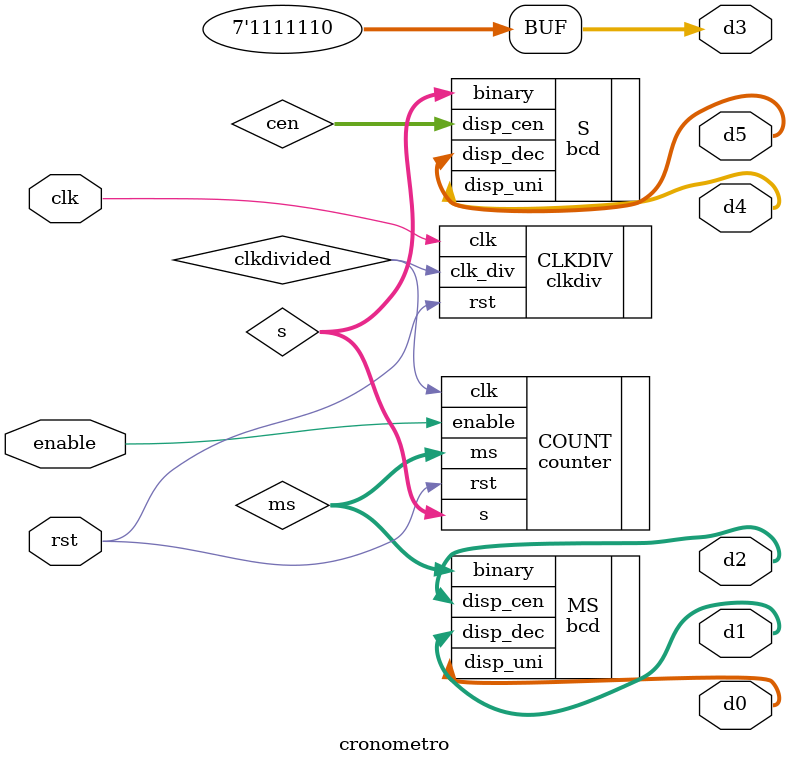
<source format=v>
module cronometro (
	input clk,rst,enable,
	output [6:0] d0,d1,d2,d3,d4,d5
);

	wire [9:0] ms;
	wire [6:0] s,cen;
	wire clkdivided;
	
	assign d3='b11111110;
	
	clkdiv #(.FREQ(1_000)) CLKDIV (
		.clk(clk),
		.rst(rst),
		.clk_div(clkdivided)
	);

	counter COUNT (
		.clk(clkdivided),
		.rst(rst),
		.enable(enable),
		.ms(ms),
		.s(s)
	);
	
	bcd MS (
		.binary(ms),
		.disp_uni(d0),
		.disp_dec(d1),
		.disp_cen(d2),
		//.disp_mil(d3)
	);
	
	bcd S (
		.binary(s),
		.disp_uni(d4),
		.disp_dec(d5),
		.disp_cen(cen),
		//.disp_mil(d3)
	);
	
	/*always @(posedge clk)
	begin
		d3=
		
	end*/

endmodule
</source>
